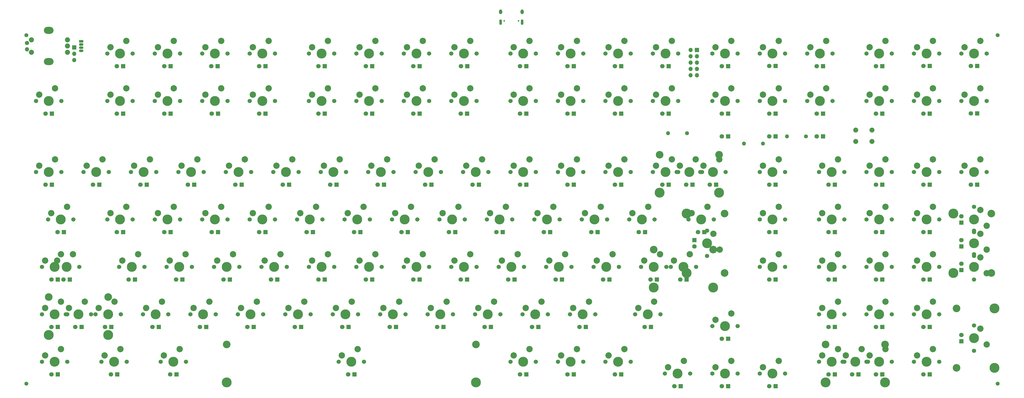
<source format=gbr>
G04 #@! TF.GenerationSoftware,KiCad,Pcbnew,(5.99.0-2421-g2ea5528cd)*
G04 #@! TF.CreationDate,2020-08-11T18:39:49-04:00*
G04 #@! TF.ProjectId,Boston-keyboard-S,426f7374-6f6e-42d6-9b65-79626f617264,rev?*
G04 #@! TF.SameCoordinates,Original*
G04 #@! TF.FileFunction,Soldermask,Top*
G04 #@! TF.FilePolarity,Negative*
%FSLAX46Y46*%
G04 Gerber Fmt 4.6, Leading zero omitted, Abs format (unit mm)*
G04 Created by KiCad (PCBNEW (5.99.0-2421-g2ea5528cd)) date 2020-08-11 18:39:49*
%MOMM*%
%LPD*%
G01*
G04 APERTURE LIST*
%ADD10O,1.700000X1.700000*%
%ADD11C,1.700000*%
%ADD12O,1.800000X1.070000*%
%ADD13R,1.800000X1.070000*%
%ADD14R,1.700000X1.700000*%
%ADD15R,1.800000X1.800000*%
%ADD16C,1.800000*%
%ADD17C,1.600000*%
%ADD18O,1.600000X1.600000*%
%ADD19C,1.596000*%
%ADD20C,2.032000*%
%ADD21O,3.900000X2.799999*%
%ADD22C,3.987800*%
%ADD23C,1.701800*%
%ADD24C,2.540000*%
%ADD25C,3.048000*%
%ADD26C,0.650000*%
%ADD27O,1.300000X1.900000*%
%ADD28O,1.100000X2.200000*%
%ADD29C,2.000000*%
G04 APERTURE END LIST*
D10*
X57255000Y-37715000D03*
D11*
X57255000Y-35175000D03*
D12*
X79000000Y-38280000D03*
X79000000Y-37010000D03*
X79000000Y-35740000D03*
D13*
X79000000Y-34470000D03*
D10*
X76225000Y-42055000D03*
X76225000Y-39515000D03*
D14*
X76225000Y-36975000D03*
D15*
X381595000Y-130180000D03*
D16*
X379055000Y-130180000D03*
D15*
X181570000Y-92080000D03*
D16*
X179030000Y-92080000D03*
D15*
X419695000Y-168280000D03*
D16*
X417155000Y-168280000D03*
D15*
X253007500Y-130180000D03*
D16*
X250467500Y-130180000D03*
D15*
X238720000Y-92080000D03*
D16*
X236180000Y-92080000D03*
D15*
X152995000Y-111130000D03*
D16*
X150455000Y-111130000D03*
D15*
X295870000Y-168280000D03*
D16*
X293330000Y-168280000D03*
D15*
X333970000Y-92080000D03*
D16*
X331430000Y-92080000D03*
D15*
X167282500Y-149230000D03*
D16*
X164742500Y-149230000D03*
D15*
X233957500Y-63505000D03*
D16*
X231417500Y-63505000D03*
D15*
X338732500Y-153992500D03*
D16*
X336192500Y-153992500D03*
D15*
X69651250Y-168280000D03*
D16*
X67111250Y-168280000D03*
D15*
X419695000Y-92080000D03*
D16*
X417155000Y-92080000D03*
D15*
X438745000Y-44429600D03*
D16*
X436205000Y-44429600D03*
D15*
X114895000Y-63505000D03*
D16*
X112355000Y-63505000D03*
D15*
X195857500Y-44455000D03*
D16*
X193317500Y-44455000D03*
D15*
X114895000Y-111130000D03*
D16*
X112355000Y-111130000D03*
D15*
X400645000Y-63530400D03*
D16*
X398105000Y-63530400D03*
D15*
X419695000Y-44429600D03*
D16*
X417155000Y-44429600D03*
D15*
X381595000Y-149230000D03*
D16*
X379055000Y-149230000D03*
D15*
X276820000Y-168280000D03*
D16*
X274280000Y-168280000D03*
D15*
X233995600Y-44455000D03*
D16*
X231455600Y-44455000D03*
D15*
X432395000Y-107320000D03*
D16*
X432395000Y-104780000D03*
D15*
X138707500Y-130180000D03*
D16*
X136167500Y-130180000D03*
D15*
X210145000Y-111130000D03*
D16*
X207605000Y-111130000D03*
D15*
X314915000Y-92062500D03*
D16*
X312375000Y-92062500D03*
D15*
X257770000Y-44455000D03*
D16*
X255230000Y-44455000D03*
D15*
X329207500Y-111130000D03*
D16*
X326667500Y-111130000D03*
D15*
X67270000Y-92080000D03*
D16*
X64730000Y-92080000D03*
D15*
X357782500Y-111130000D03*
D16*
X355242500Y-111130000D03*
D15*
X91082500Y-149230000D03*
D16*
X88542500Y-149230000D03*
D15*
X381595000Y-92080000D03*
D16*
X379055000Y-92080000D03*
D15*
X119657500Y-130180000D03*
D16*
X117117500Y-130180000D03*
D15*
X419695000Y-149230000D03*
D16*
X417155000Y-149230000D03*
D15*
X257770000Y-63505000D03*
D16*
X255230000Y-63505000D03*
D15*
X314920000Y-63500000D03*
D16*
X312380000Y-63500000D03*
D15*
X438745000Y-63479600D03*
D16*
X436205000Y-63479600D03*
D15*
X338732500Y-72712500D03*
D16*
X336192500Y-72712500D03*
D15*
X432395000Y-116845000D03*
D16*
X432395000Y-114305000D03*
D15*
X219670000Y-92080000D03*
D16*
X217130000Y-92080000D03*
D15*
X69651250Y-130180000D03*
D16*
X67111250Y-130180000D03*
D15*
X114895000Y-44455000D03*
D16*
X112355000Y-44455000D03*
D15*
X432395000Y-154945000D03*
D16*
X432395000Y-152405000D03*
D15*
X152995000Y-44455000D03*
D16*
X150455000Y-44455000D03*
D15*
X205382500Y-149230000D03*
D16*
X202842500Y-149230000D03*
D15*
X214907500Y-44455000D03*
D16*
X212367500Y-44455000D03*
D15*
X105370000Y-92080000D03*
D16*
X102830000Y-92080000D03*
D15*
X295870000Y-63505000D03*
D16*
X293330000Y-63505000D03*
D17*
X352700000Y-75600000D03*
D18*
X345080000Y-75600000D03*
D15*
X338745200Y-44455000D03*
D16*
X336205200Y-44455000D03*
D15*
X200620000Y-92080000D03*
D16*
X198080000Y-92080000D03*
D15*
X419695000Y-63530400D03*
D16*
X417155000Y-63530400D03*
D15*
X93463750Y-168280000D03*
D16*
X90923750Y-168280000D03*
D15*
X438745000Y-92080000D03*
D16*
X436205000Y-92080000D03*
D15*
X186332500Y-149230000D03*
D16*
X183792500Y-149230000D03*
D15*
X117276250Y-168280000D03*
D16*
X114736250Y-168280000D03*
D15*
X257770000Y-168280000D03*
D16*
X255230000Y-168280000D03*
D15*
X276820000Y-92080000D03*
D16*
X274280000Y-92080000D03*
D15*
X357782500Y-130180000D03*
D16*
X355242500Y-130180000D03*
D19*
X447000000Y-32000000D03*
D15*
X357782500Y-72712500D03*
D16*
X355242500Y-72712500D03*
D15*
X338732500Y-63500000D03*
D16*
X336192500Y-63500000D03*
D15*
X95845000Y-63505000D03*
D16*
X93305000Y-63505000D03*
D15*
X176807500Y-44455000D03*
D16*
X174267500Y-44455000D03*
D15*
X172045000Y-111130000D03*
D16*
X169505000Y-111130000D03*
D15*
X176807500Y-63505000D03*
D16*
X174267500Y-63505000D03*
D15*
X176807500Y-130180000D03*
D16*
X174267500Y-130180000D03*
D15*
X381595000Y-168280000D03*
D16*
X379055000Y-168280000D03*
D15*
X276820000Y-63505000D03*
D16*
X274280000Y-63505000D03*
D15*
X325238750Y-114305000D03*
D16*
X325238750Y-116845000D03*
D15*
X69651250Y-149230000D03*
D16*
X67111250Y-149230000D03*
D15*
X400645000Y-130180000D03*
D16*
X398105000Y-130180000D03*
D15*
X162520000Y-92080000D03*
D16*
X159980000Y-92080000D03*
D15*
X248245000Y-111130000D03*
D16*
X245705000Y-111130000D03*
D15*
X400645000Y-149230000D03*
D16*
X398105000Y-149230000D03*
D15*
X400645000Y-92080000D03*
D16*
X398105000Y-92080000D03*
D15*
X95845000Y-44455000D03*
D16*
X93305000Y-44455000D03*
D19*
X57000000Y-172000000D03*
D15*
X257770000Y-92080000D03*
D16*
X255230000Y-92080000D03*
D15*
X157757500Y-130180000D03*
D16*
X155217500Y-130180000D03*
D15*
X191095000Y-111130000D03*
D16*
X188555000Y-111130000D03*
D15*
X400645000Y-44480400D03*
D16*
X398105000Y-44480400D03*
D15*
X110132500Y-149230000D03*
D16*
X107592500Y-149230000D03*
D15*
X67270000Y-63530400D03*
D16*
X64730000Y-63530400D03*
D15*
X357800000Y-63500000D03*
D16*
X355260000Y-63500000D03*
D15*
X319682500Y-173042500D03*
D16*
X317142500Y-173042500D03*
D15*
X322063750Y-130180000D03*
D16*
X319523750Y-130180000D03*
D15*
X276820000Y-44455000D03*
D16*
X274280000Y-44455000D03*
D15*
X357782500Y-92080000D03*
D16*
X355242500Y-92080000D03*
D15*
X224432500Y-149230000D03*
D16*
X221892500Y-149230000D03*
D15*
X229195000Y-111130000D03*
D16*
X226655000Y-111130000D03*
D15*
X357782500Y-173042500D03*
D16*
X355242500Y-173042500D03*
D15*
X133818000Y-44455000D03*
D16*
X131278000Y-44455000D03*
D19*
X57000000Y-32000000D03*
D15*
X262532500Y-149230000D03*
D16*
X259992500Y-149230000D03*
D15*
X432395000Y-126370000D03*
D16*
X432395000Y-123830000D03*
D15*
X324445000Y-92080000D03*
D16*
X321905000Y-92080000D03*
D15*
X100607500Y-130180000D03*
D16*
X98067500Y-130180000D03*
D15*
X376832500Y-63500000D03*
D16*
X374292500Y-63500000D03*
D15*
X419695000Y-130180000D03*
D16*
X417155000Y-130180000D03*
D15*
X419695000Y-111130000D03*
D16*
X417155000Y-111130000D03*
D15*
X72032500Y-111130000D03*
D16*
X69492500Y-111130000D03*
D15*
X291107500Y-130180000D03*
D16*
X288567500Y-130180000D03*
D15*
X338732500Y-173042500D03*
D16*
X336192500Y-173042500D03*
D15*
X286345000Y-111130000D03*
D16*
X283805000Y-111130000D03*
D20*
X73500000Y-38875000D03*
X73500000Y-33875000D03*
X73500000Y-36375000D03*
D21*
X66000000Y-30125000D03*
X66000000Y-42625000D03*
D20*
X59000000Y-38875000D03*
X59000000Y-33875000D03*
D15*
X307776250Y-149230000D03*
D16*
X305236250Y-149230000D03*
D15*
X152995000Y-63505000D03*
D16*
X150455000Y-63505000D03*
D15*
X272057500Y-130180000D03*
D16*
X269517500Y-130180000D03*
D15*
X124420000Y-92080000D03*
D16*
X121880000Y-92080000D03*
D15*
X233957500Y-130180000D03*
D16*
X231417500Y-130180000D03*
D15*
X314920000Y-44455000D03*
D16*
X312380000Y-44455000D03*
D15*
X133945000Y-63505000D03*
D16*
X131405000Y-63505000D03*
D15*
X129182500Y-149230000D03*
D16*
X126642500Y-149230000D03*
D15*
X188713750Y-168280000D03*
D16*
X186173750Y-168280000D03*
D15*
X305395000Y-111130000D03*
D16*
X302855000Y-111130000D03*
D15*
X295870000Y-44455000D03*
D16*
X293330000Y-44455000D03*
D17*
X370000000Y-72700000D03*
D18*
X362380000Y-72700000D03*
D15*
X214907500Y-130180000D03*
D16*
X212367500Y-130180000D03*
D15*
X79176250Y-149230000D03*
D16*
X76636250Y-149230000D03*
D15*
X400645000Y-168280000D03*
D16*
X398105000Y-168280000D03*
D15*
X281582500Y-149230000D03*
D16*
X279042500Y-149230000D03*
D15*
X357782500Y-44429600D03*
D16*
X355242500Y-44429600D03*
D15*
X143470000Y-92080000D03*
D16*
X140930000Y-92080000D03*
D15*
X391120000Y-168280000D03*
D16*
X388580000Y-168280000D03*
D15*
X310157500Y-130180000D03*
D16*
X307617500Y-130180000D03*
D15*
X295870000Y-92080000D03*
D16*
X293330000Y-92080000D03*
D15*
X95845000Y-111130000D03*
D16*
X93305000Y-111130000D03*
D14*
X326250000Y-38000000D03*
D10*
X323710000Y-38000000D03*
X326250000Y-40540000D03*
X323710000Y-40540000D03*
X326250000Y-43080000D03*
X323710000Y-43080000D03*
X326250000Y-45620000D03*
X323710000Y-45620000D03*
X326250000Y-48160000D03*
X323710000Y-48160000D03*
D15*
X74413750Y-130180000D03*
D16*
X71873750Y-130180000D03*
D15*
X214907500Y-63505000D03*
D16*
X212367500Y-63505000D03*
D15*
X376832500Y-72712500D03*
D16*
X374292500Y-72712500D03*
D17*
X322220000Y-71400000D03*
D18*
X314600000Y-71400000D03*
D15*
X376832500Y-44480400D03*
D16*
X374292500Y-44480400D03*
D15*
X86320000Y-92080000D03*
D16*
X83780000Y-92080000D03*
D15*
X267295000Y-111130000D03*
D16*
X264755000Y-111130000D03*
D15*
X243482500Y-149230000D03*
D16*
X240942500Y-149230000D03*
D15*
X133945000Y-111130000D03*
D16*
X131405000Y-111130000D03*
D15*
X195857500Y-130180000D03*
D16*
X193317500Y-130180000D03*
D15*
X381595000Y-111130000D03*
D16*
X379055000Y-111130000D03*
D19*
X447000000Y-172000000D03*
D15*
X148232500Y-149230000D03*
D16*
X145692500Y-149230000D03*
D15*
X195857500Y-63505000D03*
D16*
X193317500Y-63505000D03*
D15*
X400645000Y-111130000D03*
D16*
X398105000Y-111130000D03*
D22*
X275550000Y-87000000D03*
D23*
X270470000Y-87000000D03*
X280630000Y-87000000D03*
D24*
X278090000Y-81920000D03*
X271740000Y-84460000D03*
D25*
X377912000Y-156215000D03*
D22*
X389850000Y-163200000D03*
D23*
X384770000Y-163200000D03*
X394930000Y-163200000D03*
D22*
X377912000Y-171455000D03*
D25*
X401788000Y-156215000D03*
D22*
X401788000Y-171455000D03*
D24*
X392390000Y-158120000D03*
X386040000Y-160660000D03*
D23*
X256817500Y-125100000D03*
D22*
X251737500Y-125100000D03*
D23*
X246657500Y-125100000D03*
D24*
X254277500Y-120020000D03*
X247927500Y-122560000D03*
D23*
X413345000Y-163200000D03*
D22*
X418425000Y-163200000D03*
D23*
X423505000Y-163200000D03*
D24*
X420965000Y-158120000D03*
X414615000Y-160660000D03*
D23*
X99655000Y-58425000D03*
X89495000Y-58425000D03*
D22*
X94575000Y-58425000D03*
D24*
X97115000Y-53345000D03*
X90765000Y-55885000D03*
D22*
X304125000Y-106050000D03*
D23*
X299045000Y-106050000D03*
X309205000Y-106050000D03*
D24*
X306665000Y-100970000D03*
X300315000Y-103510000D03*
D23*
X218717500Y-39375000D03*
D22*
X213637500Y-39375000D03*
D23*
X208557500Y-39375000D03*
D24*
X216177500Y-34295000D03*
X209827500Y-36835000D03*
D23*
X437475000Y-100970000D03*
X437475000Y-111130000D03*
D22*
X437475000Y-106050000D03*
D24*
X442555000Y-108590000D03*
X440015000Y-102240000D03*
D22*
X337462500Y-58425000D03*
D23*
X332382500Y-58425000D03*
X342542500Y-58425000D03*
D24*
X340002500Y-53345000D03*
X333652500Y-55885000D03*
D23*
X351432500Y-125100000D03*
D22*
X356512500Y-125100000D03*
D23*
X361592500Y-125100000D03*
D24*
X359052500Y-120020000D03*
X352702500Y-122560000D03*
D23*
X351432500Y-106050000D03*
X361592500Y-106050000D03*
D22*
X356512500Y-106050000D03*
D24*
X359052500Y-100970000D03*
X352702500Y-103510000D03*
D22*
X418425000Y-125100000D03*
D23*
X413345000Y-125100000D03*
X423505000Y-125100000D03*
D24*
X420965000Y-120020000D03*
X414615000Y-122560000D03*
D23*
X87113750Y-163200000D03*
D22*
X92193750Y-163200000D03*
D23*
X97273750Y-163200000D03*
D24*
X94733750Y-158120000D03*
X88383750Y-160660000D03*
D23*
X72826250Y-144150000D03*
D22*
X89844250Y-152405000D03*
X77906250Y-144150000D03*
D25*
X89844250Y-137165000D03*
D22*
X65968250Y-152405000D03*
D25*
X65968250Y-137165000D03*
D23*
X82986250Y-144150000D03*
D24*
X80446250Y-139070000D03*
X74096250Y-141610000D03*
D23*
X142517500Y-125100000D03*
D22*
X137437500Y-125100000D03*
D23*
X132357500Y-125100000D03*
D24*
X139977500Y-120020000D03*
X133627500Y-122560000D03*
D23*
X299680000Y-39375000D03*
D22*
X294600000Y-39375000D03*
D23*
X289520000Y-39375000D03*
D24*
X297140000Y-34295000D03*
X290790000Y-36835000D03*
D22*
X327937500Y-106050000D03*
D23*
X333017500Y-106050000D03*
X322857500Y-106050000D03*
D24*
X330477500Y-100970000D03*
X324127500Y-103510000D03*
D23*
X122832500Y-144150000D03*
D22*
X127912500Y-144150000D03*
D23*
X132992500Y-144150000D03*
D24*
X130452500Y-139070000D03*
X124102500Y-141610000D03*
D23*
X266342500Y-144150000D03*
X256182500Y-144150000D03*
D22*
X261262500Y-144150000D03*
D24*
X263802500Y-139070000D03*
X257452500Y-141610000D03*
D22*
X68381250Y-144150000D03*
D23*
X73461250Y-144150000D03*
X63301250Y-144150000D03*
D24*
X70921250Y-139070000D03*
X64571250Y-141610000D03*
D23*
X218717500Y-125100000D03*
D22*
X213637500Y-125100000D03*
D23*
X208557500Y-125100000D03*
D24*
X216177500Y-120020000D03*
X209827500Y-122560000D03*
D23*
X185380000Y-87000000D03*
D22*
X180300000Y-87000000D03*
D23*
X175220000Y-87000000D03*
D24*
X182840000Y-81920000D03*
X176490000Y-84460000D03*
D25*
X332731964Y-118115000D03*
D22*
X332731964Y-133355000D03*
X320793964Y-125100000D03*
D23*
X315713964Y-125100000D03*
X325873964Y-125100000D03*
D22*
X308855964Y-133355000D03*
D25*
X308855964Y-118115000D03*
D24*
X323333964Y-120020000D03*
X316983964Y-122560000D03*
D23*
X289520000Y-87000000D03*
X299680000Y-87000000D03*
D22*
X294600000Y-87000000D03*
D24*
X297140000Y-81920000D03*
X290790000Y-84460000D03*
D23*
X156805000Y-58425000D03*
X146645000Y-58425000D03*
D22*
X151725000Y-58425000D03*
D24*
X154265000Y-53345000D03*
X147915000Y-55885000D03*
D23*
X189507500Y-125100000D03*
X199667500Y-125100000D03*
D22*
X194587500Y-125100000D03*
D24*
X197127500Y-120020000D03*
X190777500Y-122560000D03*
D22*
X256500160Y-39375000D03*
D23*
X261580160Y-39375000D03*
X251420160Y-39375000D03*
D24*
X259040160Y-34295000D03*
X252690160Y-36835000D03*
D23*
X223480000Y-87000000D03*
D22*
X218400000Y-87000000D03*
D23*
X213320000Y-87000000D03*
D24*
X220940000Y-81920000D03*
X214590000Y-84460000D03*
D23*
X442555000Y-87000000D03*
X432395000Y-87000000D03*
D22*
X437475000Y-87000000D03*
D24*
X440015000Y-81920000D03*
X433665000Y-84460000D03*
D23*
X118705000Y-106050000D03*
D22*
X113625000Y-106050000D03*
D23*
X108545000Y-106050000D03*
D24*
X116165000Y-100970000D03*
X109815000Y-103510000D03*
D23*
X184745000Y-106050000D03*
X194905000Y-106050000D03*
D22*
X189825000Y-106050000D03*
D24*
X192365000Y-100970000D03*
X186015000Y-103510000D03*
D23*
X103782500Y-144150000D03*
D22*
X108862500Y-144150000D03*
D23*
X113942500Y-144150000D03*
D24*
X111402500Y-139070000D03*
X105052500Y-141610000D03*
D23*
X394295000Y-144150000D03*
D22*
X399375000Y-144150000D03*
D23*
X404455000Y-144150000D03*
D24*
X401915000Y-139070000D03*
X395565000Y-141610000D03*
D22*
X185062500Y-144150000D03*
D23*
X190142500Y-144150000D03*
X179982500Y-144150000D03*
D24*
X187602500Y-139070000D03*
X181252500Y-141610000D03*
D23*
X90130000Y-87000000D03*
D22*
X85050000Y-87000000D03*
D23*
X79970000Y-87000000D03*
D24*
X87590000Y-81920000D03*
X81240000Y-84460000D03*
D25*
X137405750Y-156215000D03*
D23*
X192523750Y-163200000D03*
X182363750Y-163200000D03*
D25*
X237481750Y-156215000D03*
D22*
X237481750Y-171455000D03*
X187443750Y-163200000D03*
X137405750Y-171455000D03*
D24*
X189983750Y-158120000D03*
X183633750Y-160660000D03*
D23*
X318730000Y-87000000D03*
X308570000Y-87000000D03*
D22*
X313650000Y-87000000D03*
D24*
X316190000Y-81920000D03*
X309840000Y-84460000D03*
D23*
X118070000Y-87000000D03*
D22*
X123150000Y-87000000D03*
D23*
X128230000Y-87000000D03*
D24*
X125690000Y-81920000D03*
X119340000Y-84460000D03*
D23*
X413345000Y-87000000D03*
D22*
X418425000Y-87000000D03*
D23*
X423505000Y-87000000D03*
D24*
X420965000Y-81920000D03*
X414615000Y-84460000D03*
D23*
X432395000Y-58425000D03*
X442555000Y-58425000D03*
D22*
X437475000Y-58425000D03*
D24*
X440015000Y-53345000D03*
X433665000Y-55885000D03*
D23*
X189507606Y-39375000D03*
D22*
X194587606Y-39375000D03*
D23*
X199667606Y-39375000D03*
D24*
X197127606Y-34295000D03*
X190777606Y-36835000D03*
D22*
X399375000Y-39375000D03*
D23*
X394295000Y-39375000D03*
X404455000Y-39375000D03*
D24*
X401915000Y-34295000D03*
X395565000Y-36835000D03*
D22*
X380325000Y-163200000D03*
D23*
X375245000Y-163200000D03*
X385405000Y-163200000D03*
D24*
X382865000Y-158120000D03*
X376515000Y-160660000D03*
D23*
X156805000Y-39375000D03*
X146645000Y-39375000D03*
D22*
X151725000Y-39375000D03*
D24*
X154265000Y-34295000D03*
X147915000Y-36835000D03*
D23*
X275867500Y-125100000D03*
X265707500Y-125100000D03*
D22*
X270787500Y-125100000D03*
D24*
X273327500Y-120020000D03*
X266977500Y-122560000D03*
D23*
X227607500Y-58425000D03*
X237767500Y-58425000D03*
D22*
X232687500Y-58425000D03*
D24*
X235227500Y-53345000D03*
X228877500Y-55885000D03*
D26*
X248847000Y-26249000D03*
X254627000Y-26249000D03*
D27*
X256037000Y-22600000D03*
D28*
X256037000Y-26800000D03*
D27*
X247437000Y-22600000D03*
D28*
X247437000Y-26800000D03*
D23*
X394295000Y-125100000D03*
X404455000Y-125100000D03*
D22*
X399375000Y-125100000D03*
D24*
X401915000Y-120020000D03*
X395565000Y-122560000D03*
D23*
X270470000Y-39375000D03*
X280630000Y-39375000D03*
D22*
X275550000Y-39375000D03*
D24*
X278090000Y-34295000D03*
X271740000Y-36835000D03*
D23*
X332382500Y-148912500D03*
D22*
X337462500Y-148912500D03*
D23*
X342542500Y-148912500D03*
D24*
X340002500Y-143832500D03*
X333652500Y-146372500D03*
D23*
X199032500Y-144150000D03*
X209192500Y-144150000D03*
D22*
X204112500Y-144150000D03*
D24*
X206652500Y-139070000D03*
X200302500Y-141610000D03*
D22*
X330318750Y-115575000D03*
X322063750Y-103637000D03*
X322063750Y-127513000D03*
D25*
X337303750Y-103637000D03*
X337303750Y-127513000D03*
D23*
X330318750Y-110495000D03*
X330318750Y-120655000D03*
D24*
X335398750Y-118115000D03*
X332858750Y-111765000D03*
D23*
X180617500Y-58425000D03*
X170457500Y-58425000D03*
D22*
X175537500Y-58425000D03*
D24*
X178077500Y-53345000D03*
X171727500Y-55885000D03*
D22*
X437475000Y-125100000D03*
D23*
X437475000Y-130180000D03*
X437475000Y-120020000D03*
D24*
X442555000Y-127640000D03*
X440015000Y-121290000D03*
D23*
X327620000Y-87000000D03*
X337780000Y-87000000D03*
D22*
X332700000Y-87000000D03*
D24*
X335240000Y-81920000D03*
X328890000Y-84460000D03*
D23*
X170457590Y-39375000D03*
X180617590Y-39375000D03*
D22*
X175537590Y-39375000D03*
D24*
X178077590Y-34295000D03*
X171727590Y-36835000D03*
D23*
X290155000Y-106050000D03*
X279995000Y-106050000D03*
D22*
X285075000Y-106050000D03*
D24*
X287615000Y-100970000D03*
X281265000Y-103510000D03*
D23*
X394295000Y-106050000D03*
D22*
X399375000Y-106050000D03*
D23*
X404455000Y-106050000D03*
D24*
X401915000Y-100970000D03*
X395565000Y-103510000D03*
D22*
X113625000Y-39375000D03*
D23*
X118705000Y-39375000D03*
X108545000Y-39375000D03*
D24*
X116165000Y-34295000D03*
X109815000Y-36835000D03*
D22*
X232687500Y-125100000D03*
D23*
X237767500Y-125100000D03*
X227607500Y-125100000D03*
D24*
X235227500Y-120020000D03*
X228877500Y-122560000D03*
D22*
X132675000Y-106050000D03*
D23*
X127595000Y-106050000D03*
X137755000Y-106050000D03*
D24*
X135215000Y-100970000D03*
X128865000Y-103510000D03*
D23*
X189507500Y-58425000D03*
X199667500Y-58425000D03*
D22*
X194587500Y-58425000D03*
D24*
X197127500Y-53345000D03*
X190777500Y-55885000D03*
D23*
X289520000Y-163200000D03*
D22*
X294600000Y-163200000D03*
D23*
X299680000Y-163200000D03*
D24*
X297140000Y-158120000D03*
X290790000Y-160660000D03*
D29*
X396500000Y-70170000D03*
X390000000Y-70170000D03*
X390000000Y-74670000D03*
X396500000Y-74670000D03*
D22*
X399375000Y-163200000D03*
D23*
X394295000Y-163200000D03*
X404455000Y-163200000D03*
D24*
X401915000Y-158120000D03*
X395565000Y-160660000D03*
D23*
X171092500Y-144150000D03*
X160932500Y-144150000D03*
D22*
X166012500Y-144150000D03*
D24*
X168552500Y-139070000D03*
X162202500Y-141610000D03*
D23*
X342542500Y-167962500D03*
D22*
X337462500Y-167962500D03*
D23*
X332382500Y-167962500D03*
D24*
X340002500Y-162882500D03*
X333652500Y-165422500D03*
D22*
X70762500Y-106050000D03*
D23*
X65682500Y-106050000D03*
X75842500Y-106050000D03*
D24*
X73302500Y-100970000D03*
X66952500Y-103510000D03*
D23*
X99655000Y-106050000D03*
X89495000Y-106050000D03*
D22*
X94575000Y-106050000D03*
D24*
X97115000Y-100970000D03*
X90765000Y-103510000D03*
D22*
X66000000Y-58425000D03*
D23*
X60920000Y-58425000D03*
X71080000Y-58425000D03*
D24*
X68540000Y-53345000D03*
X62190000Y-55885000D03*
D23*
X308570000Y-39375000D03*
X318730000Y-39375000D03*
D22*
X313650000Y-39375000D03*
D24*
X316190000Y-34295000D03*
X309840000Y-36835000D03*
D23*
X351432500Y-167962500D03*
D22*
X356512500Y-167962500D03*
D23*
X361592500Y-167962500D03*
D24*
X359052500Y-162882500D03*
X352702500Y-165422500D03*
D22*
X256500000Y-87000000D03*
D23*
X261580000Y-87000000D03*
X251420000Y-87000000D03*
D24*
X259040000Y-81920000D03*
X252690000Y-84460000D03*
D23*
X89495000Y-39375000D03*
X99655000Y-39375000D03*
D22*
X94575000Y-39375000D03*
D24*
X97115000Y-34295000D03*
X90765000Y-36835000D03*
D22*
X142200000Y-87000000D03*
D23*
X137120000Y-87000000D03*
X147280000Y-87000000D03*
D24*
X144740000Y-81920000D03*
X138390000Y-84460000D03*
D22*
X437475000Y-115575000D03*
X429220000Y-127513000D03*
D25*
X444460000Y-127513000D03*
X444460000Y-103637000D03*
D22*
X429220000Y-103637000D03*
D23*
X437475000Y-110495000D03*
X437475000Y-120655000D03*
D24*
X442555000Y-118115000D03*
X440015000Y-111765000D03*
D22*
X356512500Y-58425000D03*
D23*
X361592500Y-58425000D03*
X351432500Y-58425000D03*
D24*
X359052500Y-53345000D03*
X352702500Y-55885000D03*
D22*
X223162500Y-144150000D03*
D23*
X228242500Y-144150000D03*
X218082500Y-144150000D03*
D24*
X225702500Y-139070000D03*
X219352500Y-141610000D03*
D23*
X361592500Y-39375000D03*
X351432500Y-39375000D03*
D22*
X356512500Y-39375000D03*
D24*
X359052500Y-34295000D03*
X352702500Y-36835000D03*
D23*
X63301250Y-125100000D03*
X73461250Y-125100000D03*
D22*
X68381250Y-125100000D03*
D24*
X70921250Y-120020000D03*
X64571250Y-122560000D03*
D22*
X275550000Y-163200000D03*
D23*
X270470000Y-163200000D03*
X280630000Y-163200000D03*
D24*
X278090000Y-158120000D03*
X271740000Y-160660000D03*
D22*
X375562500Y-39375000D03*
D23*
X380642500Y-39375000D03*
X370482500Y-39375000D03*
D24*
X378102500Y-34295000D03*
X371752500Y-36835000D03*
D23*
X432395000Y-39375000D03*
X442555000Y-39375000D03*
D22*
X437475000Y-39375000D03*
D24*
X440015000Y-34295000D03*
X433665000Y-36835000D03*
D23*
X303807500Y-125100000D03*
D22*
X308887500Y-125100000D03*
D23*
X313967500Y-125100000D03*
D24*
X311427500Y-120020000D03*
X305077500Y-122560000D03*
D23*
X404455000Y-87000000D03*
D22*
X399375000Y-87000000D03*
D23*
X394295000Y-87000000D03*
D24*
X401915000Y-81920000D03*
X395565000Y-84460000D03*
D23*
X137755000Y-39375000D03*
D22*
X132675000Y-39375000D03*
D23*
X127595000Y-39375000D03*
D24*
X135215000Y-34295000D03*
X128865000Y-36835000D03*
D23*
X84732500Y-144150000D03*
D22*
X89812500Y-144150000D03*
D23*
X94892500Y-144150000D03*
D24*
X92352500Y-139070000D03*
X86002500Y-141610000D03*
D23*
X242530000Y-87000000D03*
X232370000Y-87000000D03*
D22*
X237450000Y-87000000D03*
D24*
X239990000Y-81920000D03*
X233640000Y-84460000D03*
D22*
X337462500Y-39375000D03*
D23*
X332382500Y-39375000D03*
X342542500Y-39375000D03*
D24*
X340002500Y-34295000D03*
X333652500Y-36835000D03*
D22*
X116006250Y-163200000D03*
D23*
X110926250Y-163200000D03*
X121086250Y-163200000D03*
D24*
X118546250Y-158120000D03*
X112196250Y-160660000D03*
D23*
X141882500Y-144150000D03*
D22*
X146962500Y-144150000D03*
D23*
X152042500Y-144150000D03*
D24*
X149502500Y-139070000D03*
X143152500Y-141610000D03*
D23*
X413345000Y-144150000D03*
X423505000Y-144150000D03*
D22*
X418425000Y-144150000D03*
D24*
X420965000Y-139070000D03*
X414615000Y-141610000D03*
D23*
X109180000Y-87000000D03*
D22*
X104100000Y-87000000D03*
D23*
X99020000Y-87000000D03*
D24*
X106640000Y-81920000D03*
X100290000Y-84460000D03*
D22*
X66000000Y-87000000D03*
D23*
X71080000Y-87000000D03*
X60920000Y-87000000D03*
D24*
X68540000Y-81920000D03*
X62190000Y-84460000D03*
D23*
X78223750Y-125100000D03*
X68063750Y-125100000D03*
D22*
X73143750Y-125100000D03*
D24*
X75683750Y-120020000D03*
X69333750Y-122560000D03*
D23*
X161567500Y-125100000D03*
D22*
X156487500Y-125100000D03*
D23*
X151407500Y-125100000D03*
D24*
X159027500Y-120020000D03*
X152677500Y-122560000D03*
D22*
X275550000Y-58425000D03*
D23*
X280630000Y-58425000D03*
X270470000Y-58425000D03*
D24*
X278090000Y-53345000D03*
X271740000Y-55885000D03*
D23*
X180617500Y-125100000D03*
X170457500Y-125100000D03*
D22*
X175537500Y-125100000D03*
D24*
X178077500Y-120020000D03*
X171727500Y-122560000D03*
D22*
X68381250Y-163200000D03*
D23*
X63301250Y-163200000D03*
X73461250Y-163200000D03*
D24*
X70921250Y-158120000D03*
X64571250Y-160660000D03*
D23*
X423505000Y-106050000D03*
X413345000Y-106050000D03*
D22*
X418425000Y-106050000D03*
D24*
X420965000Y-100970000D03*
X414615000Y-103510000D03*
D23*
X237132500Y-144150000D03*
X247292500Y-144150000D03*
D22*
X242212500Y-144150000D03*
D24*
X244752500Y-139070000D03*
X238402500Y-141610000D03*
D22*
X113625000Y-58425000D03*
D23*
X108545000Y-58425000D03*
X118705000Y-58425000D03*
D24*
X116165000Y-53345000D03*
X109815000Y-55885000D03*
D22*
X151725000Y-106050000D03*
D23*
X146645000Y-106050000D03*
X156805000Y-106050000D03*
D24*
X154265000Y-100970000D03*
X147915000Y-103510000D03*
D22*
X380325000Y-106050000D03*
D23*
X385405000Y-106050000D03*
X375245000Y-106050000D03*
D24*
X382865000Y-100970000D03*
X376515000Y-103510000D03*
D23*
X251420000Y-58425000D03*
X261580000Y-58425000D03*
D22*
X256500000Y-58425000D03*
D24*
X259040000Y-53345000D03*
X252690000Y-55885000D03*
D23*
X318730000Y-58425000D03*
D22*
X313650000Y-58425000D03*
D23*
X308570000Y-58425000D03*
D24*
X316190000Y-53345000D03*
X309840000Y-55885000D03*
D22*
X232687500Y-39375000D03*
D23*
X227607500Y-39375000D03*
X237767500Y-39375000D03*
D24*
X235227500Y-34295000D03*
X228877500Y-36835000D03*
D23*
X385405000Y-125100000D03*
X375245000Y-125100000D03*
D22*
X380325000Y-125100000D03*
D24*
X382865000Y-120020000D03*
X376515000Y-122560000D03*
D22*
X294600000Y-58425000D03*
D23*
X299680000Y-58425000D03*
X289520000Y-58425000D03*
D24*
X297140000Y-53345000D03*
X290790000Y-55885000D03*
D22*
X266025000Y-106050000D03*
D23*
X260945000Y-106050000D03*
X271105000Y-106050000D03*
D24*
X268565000Y-100970000D03*
X262215000Y-103510000D03*
D23*
X294917500Y-125100000D03*
D22*
X289837500Y-125100000D03*
D23*
X284757500Y-125100000D03*
D24*
X292377500Y-120020000D03*
X286027500Y-122560000D03*
D22*
X161250000Y-87000000D03*
D23*
X156170000Y-87000000D03*
X166330000Y-87000000D03*
D24*
X163790000Y-81920000D03*
X157440000Y-84460000D03*
D23*
X104417500Y-125100000D03*
D22*
X99337500Y-125100000D03*
D23*
X94257500Y-125100000D03*
D24*
X101877500Y-120020000D03*
X95527500Y-122560000D03*
D23*
X380642500Y-58425000D03*
X370482500Y-58425000D03*
D22*
X375562500Y-58425000D03*
D24*
X378102500Y-53345000D03*
X371752500Y-55885000D03*
D23*
X113307500Y-125100000D03*
X123467500Y-125100000D03*
D22*
X118387500Y-125100000D03*
D24*
X120927500Y-120020000D03*
X114577500Y-122560000D03*
D22*
X246975000Y-106050000D03*
D23*
X241895000Y-106050000D03*
X252055000Y-106050000D03*
D24*
X249515000Y-100970000D03*
X243165000Y-103510000D03*
D23*
X385405000Y-144150000D03*
X375245000Y-144150000D03*
D22*
X380325000Y-144150000D03*
D24*
X382865000Y-139070000D03*
X376515000Y-141610000D03*
D23*
X261580000Y-163200000D03*
X251420000Y-163200000D03*
D22*
X256500000Y-163200000D03*
D24*
X259040000Y-158120000D03*
X252690000Y-160660000D03*
D23*
X413345000Y-39375000D03*
D22*
X418425000Y-39375000D03*
D23*
X423505000Y-39375000D03*
D24*
X420965000Y-34295000D03*
X414615000Y-36835000D03*
D23*
X208557500Y-58425000D03*
D22*
X213637500Y-58425000D03*
D23*
X218717500Y-58425000D03*
D24*
X216177500Y-53345000D03*
X209827500Y-55885000D03*
D23*
X311586250Y-144150000D03*
X301426250Y-144150000D03*
D22*
X306506250Y-144150000D03*
D24*
X309046250Y-139070000D03*
X302696250Y-141610000D03*
D22*
X132675000Y-58425000D03*
D23*
X127595000Y-58425000D03*
X137755000Y-58425000D03*
D24*
X135215000Y-53345000D03*
X128865000Y-55885000D03*
D23*
X285392500Y-144150000D03*
X275232500Y-144150000D03*
D22*
X280312500Y-144150000D03*
D24*
X282852500Y-139070000D03*
X276502500Y-141610000D03*
D25*
X311237000Y-80015000D03*
X335113000Y-80015000D03*
D22*
X323175000Y-87000000D03*
D23*
X328255000Y-87000000D03*
D22*
X311237000Y-95255000D03*
X335113000Y-95255000D03*
D23*
X318095000Y-87000000D03*
D24*
X325715000Y-81920000D03*
X319365000Y-84460000D03*
D22*
X399375000Y-58425000D03*
D23*
X404455000Y-58425000D03*
X394295000Y-58425000D03*
D24*
X401915000Y-53345000D03*
X395565000Y-55885000D03*
D23*
X213955000Y-106050000D03*
X203795000Y-106050000D03*
D22*
X208875000Y-106050000D03*
D24*
X211415000Y-100970000D03*
X205065000Y-103510000D03*
D23*
X375245000Y-87000000D03*
X385405000Y-87000000D03*
D22*
X380325000Y-87000000D03*
D24*
X382865000Y-81920000D03*
X376515000Y-84460000D03*
D23*
X323492500Y-167962500D03*
D22*
X318412500Y-167962500D03*
D23*
X313332500Y-167962500D03*
D24*
X320952500Y-162882500D03*
X314602500Y-165422500D03*
D23*
X437475000Y-148595000D03*
D22*
X437475000Y-153675000D03*
X445730000Y-165613000D03*
D23*
X437475000Y-158755000D03*
D22*
X445730000Y-141737000D03*
D25*
X430490000Y-141737000D03*
X430490000Y-165613000D03*
D24*
X442555000Y-156215000D03*
X440015000Y-149865000D03*
D23*
X361592500Y-87000000D03*
X351432500Y-87000000D03*
D22*
X356512500Y-87000000D03*
D24*
X359052500Y-81920000D03*
X352702500Y-84460000D03*
D23*
X204430000Y-87000000D03*
D22*
X199350000Y-87000000D03*
D23*
X194270000Y-87000000D03*
D24*
X201890000Y-81920000D03*
X195540000Y-84460000D03*
D23*
X413345000Y-58425000D03*
D22*
X418425000Y-58425000D03*
D23*
X423505000Y-58425000D03*
D24*
X420965000Y-53345000D03*
X414615000Y-55885000D03*
D22*
X170775000Y-106050000D03*
D23*
X175855000Y-106050000D03*
X165695000Y-106050000D03*
D24*
X173315000Y-100970000D03*
X166965000Y-103510000D03*
D23*
X233005000Y-106050000D03*
X222845000Y-106050000D03*
D22*
X227925000Y-106050000D03*
D24*
X230465000Y-100970000D03*
X224115000Y-103510000D03*
M02*

</source>
